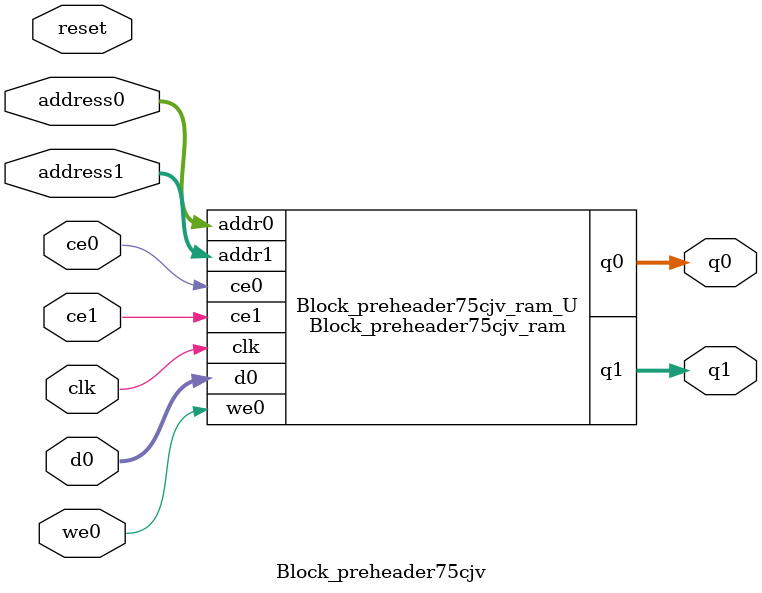
<source format=v>
`timescale 1 ns / 1 ps
module Block_preheader75cjv_ram (addr0, ce0, d0, we0, q0, addr1, ce1, q1,  clk);

parameter DWIDTH = 5;
parameter AWIDTH = 8;
parameter MEM_SIZE = 192;

input[AWIDTH-1:0] addr0;
input ce0;
input[DWIDTH-1:0] d0;
input we0;
output reg[DWIDTH-1:0] q0;
input[AWIDTH-1:0] addr1;
input ce1;
output reg[DWIDTH-1:0] q1;
input clk;

(* ram_style = "distributed" *)reg [DWIDTH-1:0] ram[0:MEM_SIZE-1];




always @(posedge clk)  
begin 
    if (ce0) begin
        if (we0) 
            ram[addr0] <= d0; 
        q0 <= ram[addr0];
    end
end


always @(posedge clk)  
begin 
    if (ce1) begin
        q1 <= ram[addr1];
    end
end


endmodule

`timescale 1 ns / 1 ps
module Block_preheader75cjv(
    reset,
    clk,
    address0,
    ce0,
    we0,
    d0,
    q0,
    address1,
    ce1,
    q1);

parameter DataWidth = 32'd5;
parameter AddressRange = 32'd192;
parameter AddressWidth = 32'd8;
input reset;
input clk;
input[AddressWidth - 1:0] address0;
input ce0;
input we0;
input[DataWidth - 1:0] d0;
output[DataWidth - 1:0] q0;
input[AddressWidth - 1:0] address1;
input ce1;
output[DataWidth - 1:0] q1;



Block_preheader75cjv_ram Block_preheader75cjv_ram_U(
    .clk( clk ),
    .addr0( address0 ),
    .ce0( ce0 ),
    .we0( we0 ),
    .d0( d0 ),
    .q0( q0 ),
    .addr1( address1 ),
    .ce1( ce1 ),
    .q1( q1 ));

endmodule


</source>
